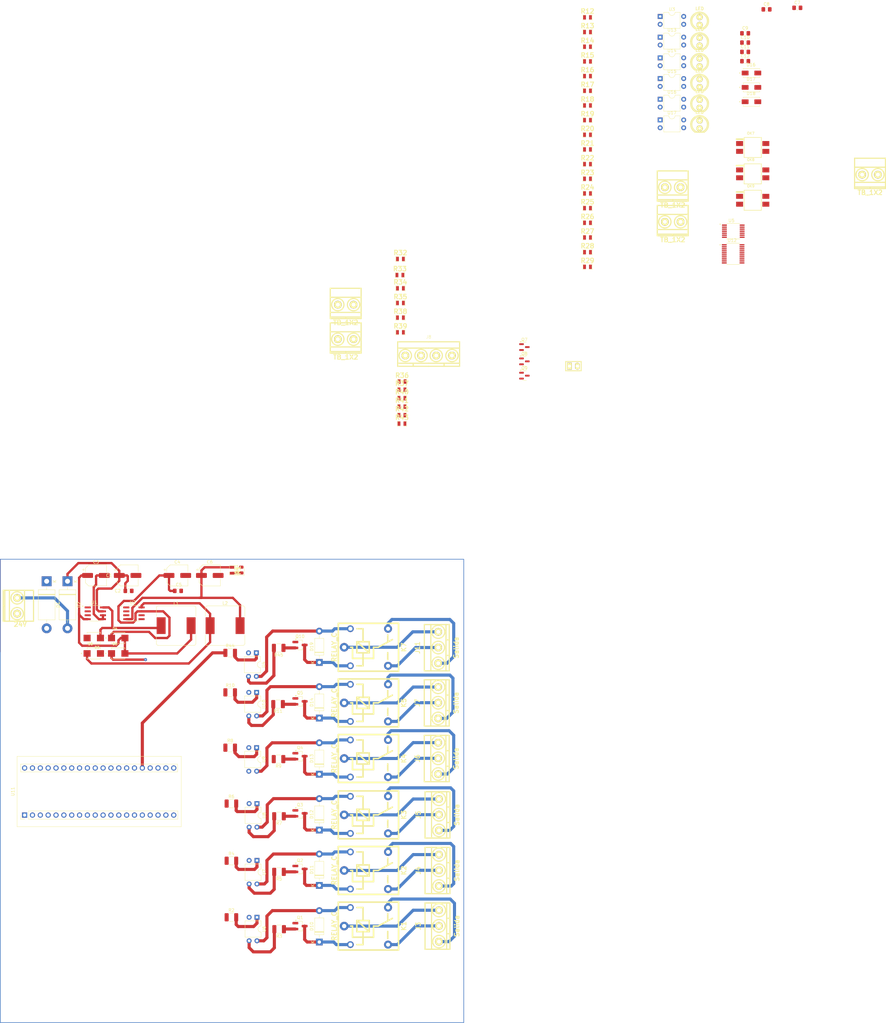
<source format=kicad_pcb>
(kicad_pcb (version 20240108) (generator "pcbnew") (generator_version "8.0")
  (layers (0 "F.Cu" signal) (31 "B.Cu" signal) (34 "B.Paste" user) (35 "F.Paste" user) (36 "B.SilkS" user "B.Silkscreen") (37 "F.SilkS" user "F.Silkscreen") (38 "B.Mask" user) (39 "F.Mask" user) (44 "Edge.Cuts" user))
  (net 0 "")
  (net 1 "Earth")
  (net 2 "/VCC")
  (net 3 "Net-(D10-K)")
  (net 4 "5V")
  (net 5 "Net-(D11-K)")
  (net 6 "Net-(D12-K)")
  (net 7 "Net-(D13-K)")
  (net 8 "Net-(D14-K)")
  (net 9 "Net-(D19-K)")
  (net 10 "Net-(J3-Pin_1)")
  (net 11 "Net-(J3-Pin_2)")
  (net 12 "Net-(J3-Pin_3)")
  (net 13 "Net-(J4-Pin_2)")
  (net 14 "Net-(J4-Pin_1)")
  (net 15 "Net-(J4-Pin_3)")
  (net 16 "Net-(J5-Pin_3)")
  (net 17 "Net-(J5-Pin_2)")
  (net 18 "Net-(J5-Pin_1)")
  (net 19 "Net-(J6-Pin_3)")
  (net 20 "Net-(J6-Pin_2)")
  (net 21 "Net-(J6-Pin_1)")
  (net 22 "Net-(J7-Pin_3)")
  (net 23 "Net-(J7-Pin_2)")
  (net 24 "Net-(J7-Pin_1)")
  (net 25 "Net-(J8-Pin_2)")
  (net 26 "Net-(J8-Pin_1)")
  (net 30 "Net-(J11-Pin_1)")
  (net 31 "Net-(J11-Pin_3)")
  (net 32 "Net-(J11-Pin_2)")
  (net 33 "Net-(LED1-A)")
  (net 34 "Net-(Q1-B)")
  (net 35 "GND")
  (net 36 "Net-(Q2-B)")
  (net 37 "Net-(Q3-B)")
  (net 38 "Net-(Q4-B)")
  (net 39 "Net-(Q5-B)")
  (net 40 "Net-(Q7-G)")
  (net 41 "Net-(D16-K)")
  (net 42 "Net-(Q7-D)")
  (net 43 "Net-(Q8-D)")
  (net 44 "Net-(Q8-G)")
  (net 45 "Net-(D17-K)")
  (net 46 "Net-(Q9-G)")
  (net 47 "Net-(Q9-D)")
  (net 48 "Net-(D18-K)")
  (net 49 "Net-(Q10-B)")
  (net 51 "Net-(R2-Pad2)")
  (net 52 "Net-(R3-Pad2)")
  (net 54 "Net-(R4-Pad2)")
  (net 55 "Net-(R5-Pad2)")
  (net 57 "Net-(R6-Pad2)")
  (net 58 "Net-(R7-Pad2)")
  (net 60 "Net-(R8-Pad2)")
  (net 61 "Net-(R9-Pad2)")
  (net 62 "Net-(R10-Pad2)")
  (net 64 "Net-(R11-Pad2)")
  (net 65 "Net-(R32-Pad2)")
  (net 66 "Net-(OK7-Pad1)")
  (net 67 "Net-(OK7-Pad4)")
  (net 68 "Net-(R36-Pad2)")
  (net 69 "Net-(OK8-Pad1)")
  (net 70 "Net-(OK8-Pad4)")
  (net 71 "Net-(R40-Pad2)")
  (net 72 "Net-(OK9-Pad1)")
  (net 73 "Net-(OK9-Pad4)")
  (net 74 "Net-(R44-Pad2)")
  (net 75 "Net-(R45-Pad2)")
  (net 76 "/1A hc14")
  (net 77 "/2A hc14")
  (net 78 "/3A hc14")
  (net 79 "/4A hc14")
  (net 80 "/5A hc14")
  (net 81 "/6A hc14")
  (net 82 "Net-(U1-OUT)")
  (net 83 "/IN5")
  (net 84 "/IN6")
  (net 85 "/IN4")
  (net 86 "/IN3")
  (net 87 "/IN1")
  (net 88 "/IN2")
  (net 89 "Net-(LED2-A)")
  (net 90 "Net-(LED3-A)")
  (net 91 "Net-(LED4-A)")
  (net 92 "Net-(LED5-A)")
  (net 93 "Net-(LED6-A)")
  (net 94 "Net-(LED7-A)")
  (net 95 "Net-(R12-Pad2)")
  (net 96 "/1Y hc14")
  (net 97 "Net-(R15-Pad2)")
  (net 98 "Net-(R17-Pad2)")
  (net 99 "Net-(R19-Pad2)")
  (net 100 "Net-(R21-Pad2)")
  (net 101 "Net-(R23-Pad2)")
  (net 102 "/2Y hc14")
  (net 103 "/3Y hc14")
  (net 104 "/4Y hc14")
  (net 105 "/5Y hc14")
  (net 106 "/6Y hc14")
  (net 113 "Net-(F1-Pad1)")
  (net 114 "Net-(D2-K)")
  (net 115 "Net-(D2-A)")
  (net 116 "Net-(U2-VIN)")
  (net 117 "Net-(U2-OUT)")
  (net 118 "Net-(U1-FB)")
  (net 139 "Net-(J8-Pin_4)")
  (net 152 "Net-(J8-Pin_3)")
  (net 154 "/PA0")
  (footprint "Package_TO_SOT_SMD:SOT-23" (layer "F.Cu") (at 55.63 84.575)
    (property "Reference" "Q9")
    (property "Value" "AO3401A")
  )
  (footprint "EESTN5:BORNERA2" (layer "F.Cu") (at -108.55 159.06 -90)
    (property "Reference" "J1" (hide yes))
    (property "Value" "24V")
  )
  (footprint "EESTN5:BORNERA2" (layer "F.Cu") (at -2.2145 61.5965)
    (property "Reference" "J9" (hide yes))
    (property "Value" "TB_1X2")
  )
  (footprint "M7:DIOM505270X240" (layer "F.Cu") (at 129.121 -13.39)
    (property "Reference" "D16")
    (property "Value" "1N4148")
  )
  (footprint "EESTN5:R_0805" (layer "F.Cu") (at 76.05 6.6)
    (property "Reference" "R20")
    (property "Value" "R" (hide yes))
  )
  (footprint "LM2594M-3.3:SOIC127P599X175-8N" (layer "F.Cu") (at -70.75 161.5)
    (property "Reference" "U2")
    (property "Value" "LM2594M-3.3")
  )
  (footprint "EESTN5:R_0805" (layer "F.Cu") (at -39 147.5625 -90)
    (property "Reference" "R1")
    (property "Value" "1K" (hide yes))
  )
  (footprint "EESTN5:R_0805" (layer "F.Cu") (at 15.99853 97.36033)
    (property "Reference" "R42")
    (property "Value" "R" (hide yes))
  )
  (footprint "Resistor_SMD:R_1210_3225Metric_Pad1.30x2.65mm_HandSolder" (layer "F.Cu") (at -23.9 172.7 180)
    (property "Reference" "R45")
    (property "Value" "1k")
  )
  (footprint "EESTN5:BluePill" (layer "F.Cu") (at -106.13 226.82 90)
    (property "Reference" "U11")
    (property "Value" "BluePill" (hide yes))
  )
  (footprint "EESTN5:R_0805" (layer "F.Cu") (at 15.99853 91.86021)
    (property "Reference" "R40")
    (property "Value" "R" (hide yes))
  )
  (footprint "Package_DIP:DIP-4_W7.62mm" (layer "F.Cu") (at 99.57 -11.6)
    (property "Reference" "U15")
    (property "Value" "PC817")
  )
  (footprint "SS210:DIOM4336X265N" (layer "F.Cu") (at -83.75 169.5 180)
    (property "Reference" "D3")
    (property "Value" "SS210")
  )
  (footprint "Resistor_SMD:R_1210_3225Metric_Pad1.30x2.65mm_HandSolder" (layer "F.Cu") (at -39.2 259.9)
    (property "Reference" "R2")
    (property "Value" "220")
  )
  (footprint "Package_DIP:DIP-4_W7.62mm" (layer "F.Cu") (at -30.925 259.9 -90)
    (property "Reference" "U6")
    (property "Value" "PC817")
  )
  (footprint "EESTN5:R_0805" (layer "F.Cu") (at 15.5 65.8)
    (property "Reference" "R38")
    (property "Value" "R" (hide yes))
  )
  (footprint "Package_DIP:DIP-4_W7.62mm" (layer "F.Cu") (at 99.57 -25)
    (property "Reference" "U13")
    (property "Value" "PC817")
  )
  (footprint "EESTN5:R_0805" (layer "F.Cu") (at 76.05 11.35)
    (property "Reference" "R21")
    (property "Value" "R" (hide yes))
  )
  (footprint "EESTN5:Relay_C" (layer "F.Cu") (at 5.4 226.75 90)
    (property "Reference" "K3")
    (property "Value" "RELAY_C")
  )
  (footprint "Package_TO_SOT_SMD:SOT-23_Handsoldering" (layer "F.Cu") (at -17 190)
    (property "Reference" "Q5")
    (property "Value" "2N3904")
  )
  (footprint "Capacitor_SMD:C_0805_2012Metric_Pad1.18x1.45mm_HandSolder" (layer "F.Cu") (at 127.08 -23.24)
    (property "Reference" "C10")
    (property "Value" "C")
  )
  (footprint "Package_DIP:DIP-4_W7.62mm" (layer "F.Cu") (at -31.125 174.3 -90)
    (property "Reference" "U4")
    (property "Value" "PC817")
  )
  (footprint "SS210:DIOM4336X265N" (layer "F.Cu") (at -83.75 174.5)
    (property "Reference" "D6")
    (property "Value" "SS210")
  )
  (footprint "EESTN5:R_0805" (layer "F.Cu") (at 16 89.11015)
    (property "Reference" "R37")
    (property "Value" "R" (hide yes))
  )
  (footprint "Capacitor_SMD:CP_Elec_6.3x7.7" (layer "F.Cu") (at -46.2 149.25)
    (property "Reference" "C6")
    (property "Value" "220uF")
  )
  (footprint "SN74HC14PWR:SOP65P640X120-14N" (layer "F.Cu") (at 123.235 37.8)
    (property "Reference" "U5")
    (property "Value" "SN74HC14PWR")
  )
  (footprint "Diode_THT:D_DO-41_SOD81_P10.16mm_Horizontal" (layer "F.Cu") (at -10.75 231.66 90)
    (property "Reference" "D12")
    (property "Value" "1N4007")
  )
  (footprint "EESTN5:led_5mm_green" (layer "F.Cu") (at 112.34554 -30.22446)
    (property "Reference" "LED2" (hide yes))
    (property "Value" "LED")
  )
  (footprint "Resistor_SMD:R_1210_3225Metric_Pad1.30x2.65mm_HandSolder" (layer "F.Cu") (at -24.1 190.9 180)
    (property "Reference" "R11")
    (property "Value" "1k")
  )
  (footprint "PC817X2NIP0F:SOP254P975X460-4N" (layer "F.Cu") (at 129.525 27.8)
    (property "Reference" "OK9")
    (property "Value" "PC817")
  )
  (footprint "EESTN5:R_0805" (layer "F.Cu") (at 15.5 46.8)
    (property "Reference" "R32")
    (property "Value" "R" (hide yes))
  )
  (footprint "EESTN5:R_0805" (layer "F.Cu") (at 15.99853 100.11039)
    (property "Reference" "R43")
    (property "Value" "R" (hide yes))
  )
  (footprint "Package_TO_SOT_SMD:SOT-23_Handsoldering" (layer "F.Cu") (at -17 262.75)
    (property "Reference" "Q1")
    (property "Value" "2N3904")
  )
  (footprint "Resistor_SMD:R_1210_3225Metric_Pad1.30x2.65mm_HandSolder" (layer "F.Cu") (at -39.6 174.3)
    (property "Reference" "R44")
    (property "Value" "220")
  )
  (footprint "Capacitor_SMD:C_0805_2012Metric_Pad1.18x1.45mm_HandSolder" (layer "F.Cu") (at -56.5 154.25)
    (property "Reference" "C5")
    (property "Value" "1uF")
  )
  (footprint "EESTN5:R_0805" (layer "F.Cu") (at 76.05 -7.65)
    (property "Reference" "R17")
    (property "Value" "R" (hide yes))
  )
  (footprint "EESTN5:BORNERA2" (layer "F.Cu") (at 103.6355 23.5965)
    (property "Reference" "J12" (hide yes))
    (property "Value" "TB_1X2")
  )
  (footprint "EESTN5:R_0805" (layer "F.Cu") (at 15.99853 94.61027)
    (property "Reference" "R41")
    (property "Value" "R" (hide yes))
  )
  (footprint "EESTN5:Jumper_Alto" (layer "F.Cu") (at 71.5 81.5)
    (property "Reference" "JP1" (hide yes))
    (property "Value" "Jumper" (hide yes))
  )
  (footprint "EESTN5:R_0805" (layer "F.Cu") (at 76.05 1.85)
    (property "Reference" "R19")
    (property "Value" "R" (hide yes))
  )
  (footprint "Resistor_SMD:R_1210_3225Metric_Pad1.30x2.65mm_HandSolder" (layer "F.Cu") (at -23.8 245.2 180)
    (property "Reference" "R5")
    (property "Value" "1k")
  )
  (footprint "Diode_THT:D_DO-201AD_P15.24mm_Horizontal" (layer "F.Cu") (at -92.25 151.13 -90)
    (property "Reference" "D2")
    (property "Value" "1N5822")
  )
  (footprint "EESTN5:BORNERA2" (layer "F.Cu") (at 167.5 19.5)
    (property "Reference" "J2" (hide yes))
    (property "Value" "TB_1X2")
  )
  (footprint "Package_TO_SOT_SMD:SOT-23_Handsoldering" (layer "F.Cu") (at -17 244.25)
    (property "Reference" "Q2")
    (property "Value" "2N3904")
  )
  (footprint "EESTN5:led_5mm_green" (layer "F.Cu") (at 112.34554 -3.42542)
    (property "Reference" "LED6" (hide yes))
    (property "Value" "LED")
  )
  (footprint "Package_TO_SOT_SMD:SOT-23_Handsoldering" (layer "F.Cu") (at -17 207.75)
    (property "Reference" "Q4")
    (property "Value" "2N3904")
  )
  (footprint "EESTN5:R_0805" (layer "F.Cu") (at 76.05 -17.15)
    (property "Reference" "R15")
    (property "Value" "R" (hide yes))
  )
  (footprint "M7:DIOM505270X240" (layer "F.Cu") (at 129.121 -8.74)
    (property "Reference" "D17")
    (property "Value" "1N4148")
  )
  (footprint "EESTN5:Relay_C" (layer "F.Cu") (at 5.4 208.5 90)
    (property "Reference" "K4")
    (property "Value" "RELAY_C")
  )
  (footprint "Capacitor_SMD:C_0805_2012Metric_Pad1.18x1.45mm_HandSolder" (layer "F.Cu") (at 127.08 -20.23)
    (property "Reference" "C11")
    (property "Value" "C")
  )
  (footprint "EESTN5:R_0805" (layer "F.Cu") (at 15.5 70.55)
    (property "Reference" "R39")
    (property "Value" "R" (hide yes))
  )
  (footprint "Resistor_SMD:R_1210_3225Metric_Pad1.30x2.65mm_HandSolder" (layer "F.Cu") (at -23.75 263.75 180)
    (property "Reference" "R3")
    (property "Value" "1k")
  )
  (footprint "EESTN5:R_0805" (layer "F.Cu") (at 15.34 52)
    (property "Reference" "R33")
    (property "Value" "R" (hide yes))
  )
  (footprint "EESTN5:BORNERA3_AZUL" (layer "F.Cu") (at 27.72625 190.44675 90)
    (property "Reference" "J7")
    (property "Value" "Salida")
  )
  (footprint "Capacitor_SMD:C_0805_2012Metric_Pad1.18x1.45mm_HandSolder" (layer "F.Cu") (at 143.9625 -34.5)
    (property "Reference" "C7")
    (property "Value" "C")
  )
  (footprint "Resistor_SMD:R_1210_3225Metric_Pad1.30x2.65mm_HandSolder" (layer "F.Cu") (at -23.95 208.7 180)
    (property "Reference" "R9")
    (property "Value" "1k")
  )
  (footprint "EESTN5:BORNERA3_AZUL" (layer "F.Cu") (at 27.72625 208.44675 90)
    (property "Reference" "J6")
    (property "Value" "Salida")
  )
  (footprint "Resistor_SMD:R_1210_3225Metric_Pad1.30x2.65mm_HandSolder" (layer "F.Cu") (at -23.8 227.2 180)
    (property "Reference" "R7")
    (property "Value" "1k")
  )
  (footprint "Diode_THT:D_DO-201AD_P15.24mm_Horizontal" (layer "F.Cu") (at -99 151.13 -90)
    (property "Reference" "D1")
    (property "Value" "1N5822")
  )
  (footprint "EESTN5:BORNERA3_AZUL" (layer "F.Cu") (at 27.97625 262.69675 90)
    (property "Reference" "J3")
    (property "Value" "Salida")
  )
  (footprint "Diode_THT:D_DO-41_SOD81_P10.16mm_Horizontal" (layer "F.Cu") (at -10.75 213.58 90)
    (property "Reference" "D13")
    (property "Value" "1N4007")
  )
  (footprint "EESTN5:BORNERA3_AZUL" (layer "F.Cu") (at 27.97625 226.69675 90)
    (property "Reference" "J5")
    (property "Value" "Salida")
  )
  (footprint "EESTN5:R_0805" (layer "F.Cu") (at 76.05 -26.65)
    (property "Reference" "R13")
    (property "Value" "R" (hide yes))
  )
  (footprint "EESTN5:R_0805" (layer "F.Cu") (at 76.05 -2.9)
    (property "Reference" "R18")
    (property "Value" "R" (hide yes))
  )
  (footprint "SS210:DIOM4336X265N" (layer "F.Cu") (at -75.835 169.5)
    (property "Reference" "D4")
    (property "Value" "SS210")
  )
  (footprint "Resistor_SMD:R_1210_3225Metric_Pad1.30x2.65mm_HandSolder" (layer "F.Cu") (at -39.6 187.1)
    (property "Reference" "R10")
    (property "Value" "220")
  )
  (footprint "EESTN5:R_0805" (layer "F.Cu") (at 76.05 -31.4)
    (property "Reference" "R12")
    (property "Value" "R" (hide yes))
  )
  (footprint "Library:Bornera_4" (layer "F.Cu") (at 24.6485 78.053)
    (property "Reference" "J8")
    (property "Value" "Screw_Terminal_01x04")
  )
  (footprint "EESTN5:R_0805" (layer "F.Cu") (at 76.05 16.1)
    (property "Reference" "R22")
    (property "Value" "R" (hide yes))
  )
  (footprint "Diode_THT:D_DO-41_SOD81_P10.16mm_Horizontal" (layer "F.Cu") (at -10.75 195.41 90)
    (property "Reference" "D14")
    (property "Value" "1N4007")
  )
  (footprint "SS210:DIOM4336X265N" (layer "F.Cu") (at -75.835 174.5)
    (property "Reference" "D5")
    (property "Value" "SS210")
  )
  (footprint "Package_DIP:DIP-4_W7.62mm" (layer "F.Cu") (at -30.925 241.5 -90)
    (property "Reference" "U7")
    (property "Value" "PC817")
  )
  (footprint "Resistor_SMD:R_1210_3225Metric_Pad1.30x2.65mm_HandSolder" (layer "F.Cu") (at -39.2 223.1)
    (property "Reference" "R6")
    (property "Value" "220")
  )
  (footprint "EESTN5:Relay_C" (layer "F.Cu") (at 5.4 190.5 90)
    (property "Reference" "K5")
    (property "Value" "RELAY_C")
  )
  (footprint "EESTN5:Relay_C" (layer "F.Cu") (at 5.4 244.75 90)
    (property "Reference" "K2")
    (property "Value" "RELAY_C")
  )
  (footprint "Package_TO_SOT_SMD:SOT-23_Handsoldering" (layer "F.Cu") (at -17 226.25)
    (property "Reference" "Q3")
    (property "Value" "2N3904")
  )
  (footprint "EESTN5:led_5mm_green" (layer "F.Cu") (at 112.34554 -10.12518)
    (property "Reference" "LED5" (hide yes))
    (property "Value" "LED")
  )
  (footprint "PC817X2NIP0F:SOP254P975X460-4N" (layer "F.Cu") (at 129.525 10.7)
    (property "Reference" "OK7")
    (property "Value" "PC817")
  )
  (footprint "EESTN5:R_0805" (layer "F.Cu") (at 76.05 35.1)
    (property "Reference" "R26")
    (property "Value" "R" (hide yes))
  )
  (footprint "Package_DIP:DIP-4_W7.62mm" (layer "F.Cu") (at 99.57 -18.3)
    (property "Reference" "U14")
    (property "Value" "PC817")
  )
  (footprint "EESTN5:BORNERA2" (layer "F.Cu") (at 103.6355 34.7775)
    (property "Reference" "J13" (hide yes))
    (property "Value" "TB_1X2")
  )
  (footprint "Capacitor_SMD:CP_Elec_6.3x7.7" (layer "F.Cu") (at -83.05 149.25)
    (property "Reference" "C3")
    (property "Value" "220uF")
  )
  (footprint "Package_TO_SOT_SMD:SOT-23" (layer "F.Cu") (at 55.63 79.95)
    (property "Reference" "Q8")
    (property "Value" "AO3401A")
  )
  (footprint "Package_DIP:DIP-4_W7.62mm" (layer "F.Cu") (at 99.57 -4.9)
    (property "Reference" "U16")
    (property "Value" "PC817")
  )
  (footprint "EESTN5:R_0805" (layer "F.Cu") (at 15.5 56.3)
    (property "Reference" "R34")
    (property "Value" "R" (hide yes))
  )
  (footprint "EESTN5:R_0805" (layer "F.Cu") (at 76.05 30.35)
    (property "Reference" "R25")
    (property "Value" "R" (hide yes))
  )
  (footprint "Package_DIP:DIP-4_W7.62mm" (layer "F.Cu") (at -31.025 205 -90)
    (property "Reference" "U9")
    (property "Value" "PC817")
  )
  (footprint "Package_DIP:DIP-4_W7.62mm" (layer "F.Cu") (at -31.025 187.1 -90)
    (property "Reference" "U10")
    (property "Value" "PC817")
  )
  (footprint "Capacitor_SMD:C_0805_2012Metric_Pad1.18x1.45mm_HandSolder" (layer "F.Cu") (at 127.08 -26.25)
    (property "Reference" "C9")
    (property "Value" "C")
  )
  (footprint "EESTN5:led_5mm_green" (layer "F.Cu") (at 112.34554 -16.82494)
    (property "Reference" "LED4" (hide yes))
    (property "Value" "LED")
  )
  (footprint "EESTN5:R_0805" (layer "F.Cu") (at 76.05 25.6)
    (property "Reference" "R24")
    (property "Value" "R" (hide yes))
  )
  (footprint "Diode_THT:D_DO-41_SOD81_P10.16mm_Horizontal" (layer "F.Cu") (at -10.75 249.58 90)
    (property "Reference" "D11")
    (property "Value" "1N4007")
  )
  (footprint "Package_TO_SOT_SMD:SOT-23_Handsoldering" (layer "F.Cu") (at -17 171.75)
    (property "Reference" "Q10")
    (property "Value" "2N3904")
  )
  (footprint "Diode_THT:D_DO-41_SOD81_P10.16mm_Horizontal" (layer "F.Cu") (at -10.75 267.91 90)
    (property "Reference" "D10")
    (property "Value" "1N4007")
  )
  (footprint "Resistor_SMD:R_1210_3225Metric_Pad1.30x2.65mm_HandSolder" (layer "F.Cu") (at -39.2 241.6)
    (property "Reference" "R4")
    (property "Value" "220")
  )
  (footprint "EESTN5:BORNERA3_AZUL" (layer "F.Cu") (at 27.97625 244.69675 90)
    (property "Reference" "J4")
    (property "Value" "Salida")
  )
  (footprint "EESTN5:BORNERA2" (layer "F.Cu") (at -2.2145 72.7775)
    (property "Reference" "J10" (hide yes))
    (property "Value" "TB_1X2")
  )
  (footprint "Inductor_SMD:L_Bourns_SRR1260" (layer "F.Cu") (at -41.25 165.5)
    (property "Reference" "L2")
    (property "Value" "68uH")
  )
  (footprint "SN74HC541PWR:SOP65P640X120-20N" (layer "F.Cu") (at 123.185 45.15)
    (property "Reference" "U12")
    (property "Value" "SN74HC541PWR")
  )
  (footprint "Package_TO_SOT_SMD:SOT-23" (layer "F.Cu") (at 55.63 75.325)
    (property "Reference" "Q7")
    (property "Value" "AO3401A")
  )
  (footprint "Capacitor_SMD:C_0805_2012Metric_Pad1.18x1.45mm_HandSolder" (layer "F.Cu") (at 127.08 -17.22)
    (property "Reference" "C12")
    (property "Value" "C")
  )
  (footprint "Capacitor_SMD:C_0805_2012Metric_Pad1.18x1.45mm_HandSolder" (layer "F.Cu") (at 134 -34)
    (property "Reference" "C8")
    (property "Value" "C")
  )
  (footprint "Inductor_SMD:L_Bourns_SRR1260" (layer "F.Cu") (at -57.1 165.5)
    (property "Reference" "L1")
    (property "Value" "68uH")
  )
  (footprint "EESTN5:R_0805" (layer "F.Cu") (at 15.5 61.05)
    (property "Reference" "R35")
    (property "Value" "R" (hide yes))
  )
  (footprint "LM2594M-5.0:SOIC127P599X175-8N" (layer "F.Cu") (at -83.25 161.5)
    (property "Reference" "U1")
    (property "Value" "LM2594M-5.0")
  )
  (footprint "Capacitor_SMD:CP_Elec_6.3x7.7" (layer "F.Cu") (at -56.7 149.25)
    (property "Reference" "C4")
    (property "Value" "470uF")
  )
  (footprint "EESTN5:BORNERA3_AZUL" (layer "F.Cu") (at 27.75 172.58 90)
    (property "Reference" "J11")
    (property "Value" "Salida")
  )
  (footprint "EESTN5:R_0805" (layer "F.Cu") (at 76.05 -21.9)
    (property "Reference" "R14")
    (property "Value" "R" (hide yes))
  )
  (footprint "Capacitor_SMD:CP_Elec_6.3x7.7" (layer "F.Cu") (at -72.8 149.25)
    (property "Reference" "C1")
    (property "Value" "470uF")
  )
  (footprint "EESTN5:R_0805" (layer "F.Cu") (at 76.05 44.6)
    (property "Reference" "R28")
    (property "Value" "R" (hide yes))
  )
  (footprint "EESTN5:led_5mm_green" (layer "F.Cu") (at 112.34554 -23.5247)
    (property "Reference" "LED3" (hide yes))
    (property "Value" "LED")
  )
  (footprint "EESTN5:R_0805" (layer "F.Cu") (at 76.05 -12.4)
    (property "Reference" "R16")
    (property "Value" "R" (hide yes))
  )
  (footprint "EESTN5:R_0805" (layer "F.Cu") (at 76.05 39.85)
    (property "Reference" "R27")
    (property "Value" "R" (hide yes))
  )
  (footprint "EESTN5:R_0805" (layer "F.Cu") (at 76.05 20.85)
    (property "Reference" "R23")
    (property "Value" "R" (hide yes))
  )
  (footprint "M7:DIOM505270X240" (layer "F.Cu") (at 129.121 -4.09)
    (property "Reference" "D18")
    (property "Value" "1N4148")
  )
  (footprint "EESTN5:R_0805" (layer "F.Cu") (at 16.0475 86.5)
    (property "Reference" "R36")
    (property "Value" "R" (hide yes))
  )
  (footprint "LED_SMD:LED_0805_2012Metric" (layer "F.Cu") (at -36 147.5 90)
    (property "Reference" "LED1")
    (property "Value" "LED")
  )
  (footprint "EESTN5:Relay_C" (layer "F.Cu") (at 5.4 262.75 90)
    (property "Reference" "K1")
    (property "Value" "RELAY_C")
  )
  (footprint "PC817X2NIP0F:SOP254P975X460-4N" (layer "F.Cu") (at 129.525 19.25)
    (property "Reference" "OK8")
    (property "Value" "PC817")
  )
  (footprint "Resistor_SMD:R_1210_3225Metric_Pad1.30x2.65mm_HandSolder" (layer "F.Cu") (at -39.6 205)
    (property "Reference" "R8")
    (property "Value" "220")
  )
  (footprint "Diode_THT:D_DO-41_SOD81_P10.16mm_Horizontal" (layer "F.Cu") (at -10.75 177.41 90)
    (property "Reference" "D19")
    (property "Value" "1N4007")
  )
  (footprint "EESTN5:led_5mm_green" (layer "F.Cu") (at 112.34554 3.27434)
    (property "Reference" "LED7" (hide yes))
    (property "Value" "LED")
  )
  (footprint "Package_DIP:DIP-4_W7.62mm" (layer "F.Cu") (at 99.57 -31.7)
    (property "Reference" "U3")
    (property "Value" "PC817")
  )
  (footprint "Package_DIP:DIP-4_W7.62mm" (layer "F.Cu") (at 99.57 1.8)
    (property "Reference" "U17")
    (property "Value" "PC817")
  )
  (footprint "EESTN5:R_0805" (layer "F.Cu") (at 76.05 49.35)
    (property "Reference" "R29")
    (property "Value" "R" (hide yes))
  )
  (footprint "EESTN5:Relay_C" (layer "F.Cu") (at 5.4 172.5 90)
    (property "Reference" "K7")
    (property "Value" "RELAY_C")
  )
  (footprint "Capacitor_SMD:C_0805_2012Metric_Pad1.18x1.45mm_HandSolder" (layer "F.Cu") (at -72.5 154.25)
    (property "Reference" "C2")
    (property "Value" "1uF")
  )
  (footprint "Package_DIP:DIP-4_W7.62mm" (layer "F.Cu") (at -30.925 223.1 -90)
    (property "Reference" "U8")
    (property "Value" "PC817")
  )
  (gr_line (start -114 144) (end -114 174) (stroke (width 0.2)) (layer "F.Cu"))
  (gr_rect (start -114 144) (end 36 294) (stroke (width 0.2)) (fill none) (layer "B.Cu"))
  (segment (start -83 149.5) (end -82.75 149.25) (width 0.75) (layer "F.Cu") (net 1))
  (segment (start -82.75 149.25) (end -80.35 149.25) (width 0.75) (layer "F.Cu") (net 1))
  (segment (start -80.78 162.135) (end -80.78 163.405) (width 0.75) (layer "F.Cu") (net 1))
  (segment (start -83.75 153) (end -83 152.25) (width 0.75) (layer "F.Cu") (net 1))
  (segment (start -83 152.25) (end -83 149.5) (width 0.75) (layer "F.Cu") (net 1))
  (segment (start -80.78 163.405) (end -82.095 163.405) (width 0.75) (layer "F.Cu") (net 1))
  (segment (start -83.75 161.75) (end -83.75 153) (width 0.75) (layer "F.Cu") (net 1))
  (segment (start -82.095 163.405) (end -83.75 161.75) (width 0.75) (layer "F.Cu") (net 1))
  (segment (start -98.88 151.13) (end -99 151.01) (width 0.2) (layer "B.Cu") (net 1))
  (segment (start -39 146.61) (end -47.86 146.61) (width 0.75) (layer "F.Cu") (net 2))
  (segment (start -71.25 163.25) (end -71.25 159.75) (width 0.75) (layer "F.Cu") (net 2))
  (segment (start -48.9 147.65) (end -48.9 149.25) (width 0.75) (layer "F.Cu") (net 2))
  (segment (start -38.75 156.5) (end -49.5 156.5) (width 0.75) (layer "F.Cu") (net 2))
  (segment (start -71.405 163.405) (end -71.25 163.25) (width 0.75) (layer "F.Cu") (net 2))
  (segment (start -49.5 156.5) (end -48.9 156.5) (width 0.75) (layer "F.Cu") (net 2))
  (segment (start -48.9 156.5) (end -48.9 149.25) (width 0.75) (layer "F.Cu") (net 2))
  (segment (start -36.4 165.5) (end -36.4 158.85) (width 0.75) (layer "F.Cu") (net 2))
  (segment (start -47.86 146.61) (end -48.9 147.65) (width 0.75) (layer "F.Cu") (net 2))
  (segment (start -36.4 158.85) (end -38.75 156.5) (width 0.75) (layer "F.Cu") (net 2))
  (segment (start -73.22 163.405) (end -71.405 163.405) (width 0.75) (layer "F.Cu") (net 2))
  (segment (start -71.25 159.75) (end -68 156.5) (width 0.75) (layer "F.Cu") (net 2))
  (segment (start -68 156.5) (end -49.5 156.5) (width 0.75) (layer "F.Cu") (net 2))
  (segment (start -15.5 267.09) (end -14.68 267.91) (width 1) (layer "F.Cu") (net 3))
  (segment (start -15.5 262.75) (end -15.5 267.09) (width 1) (layer "F.Cu") (net 3))
  (segment (start -14.68 267.91) (end -10.75 267.91) (width 1) (layer "F.Cu") (net 3))
  (segment (start -5.25 268.75) (end -0.7 268.75) (width 1) (layer "B.Cu") (net 3))
  (segment (start -6.09 267.91) (end -5.25 268.75) (width 1) (layer "B.Cu") (net 3))
  (segment (start -10.75 267.91) (end -6.09 267.91) (width 1) (layer "B.Cu") (net 3))
  (segment (start -28.52 249.12) (end -27.7 248.3) (width 1) (layer "F.Cu") (net 4))
  (segment (start -78 176) (end -77.5 176.5) (width 0.75) (layer "F.Cu") (net 4))
  (segment (start -78 174.5) (end -78 176) (width 0.75) (layer "F.Cu") (net 4))
  (segment (start -31.025 212.62) (end -29.52 212.62) (width 1) (layer "F.Cu") (net 4))
  (segment (start -31.125 181.92) (end -29.52 181.92) (width 1) (layer "F.Cu") (net 4))
  (segment (start -27.7 266.5) (end -27.7 259.5) (width 1) (layer "F.Cu") (net 4))
  (segment (start -25.95 257.75) (end -10.75 257.75) (width 1) (layer "F.Cu") (net 4))
  (segment (start -25.62 239.42) (end -10.75 239.42) (width 1) (layer "F.Cu") (net 4))
  (segment (start -30.925 267.52) (end -28.72 267.52) (width 1) (layer "F.Cu") (net 4))
  (segment (start -27.7 210.8) (end -27.7 205.1) (width 1) (layer "F.Cu") (net 4))
  (segment (start -25.85 167.25) (end -10.75 167.25) (width 1) (layer "F.Cu") (net 4))
  (segment (start -29.22 230.72) (end -27.6 229.1) (width 1) (layer "F.Cu") (net 4))
  (segment (start -27.8 180.2) (end -27.8 169.2) (width 1) (layer "F.Cu") (net 4))
  (segment (start -78 174.75) (end -77.5 175.25) (width 0.75) (layer "F.Cu") (net 4))
  (segment (start -26.02 203.42) (end -10.75 203.42) (width 1) (layer "F.Cu") (net 4))
  (segment (start -27.7 186.4) (end -26.55 185.25) (width 1) (layer "F.Cu") (net 4))
  (segment (start -29.52 181.92) (end -27.8 180.2) (width 1) (layer "F.Cu") (net 4))
  (segment (start -27.6 223.5) (end -25.6 221.5) (width 1) (layer "F.Cu") (net 4))
  (segment (start -25.6 221.5) (end -10.75 221.5) (width 1) (layer "F.Cu") (net 4))
  (segment (start -26.55 185.25) (end -10.75 185.25) (width 1) (layer "F.Cu") (net 4))
  (segment (start -29.12 194.72) (end -27.7 193.3) (width 1) (layer "F.Cu") (net 4))
  (segment (start -27.7 248.3) (end -27.7 241.5) (width 1) (layer "F.Cu") (net 4))
  (segment (start -27.7 259.5) (end -25.95 257.75) (width 1) (layer "F.Cu") (net 4))
  (segment (start -27.7 241.5) (end -25.62 239.42) (width 1) (layer "F.Cu") (net 4))
  (segment (start -27.6 229.1) (end -27.6 223.5) (width 1) (layer "F.Cu") (net 4))
  (segment (start -30.925 230.72) (end -29.22 230.72) (width 1) (layer "F.Cu") (net 4))
  (segment (start -28.72 267.52) (end -27.7 266.5) (width 1) (layer "F.Cu") (net 4))
  (segment (start -27.8 169.2) (end -25.85 167.25) (width 1) (layer "F.Cu") (net 4))
  (segment (start -29.52 212.62) (end -27.7 210.8) (width 1) (layer "F.Cu") (net 4))
  (segment (start -31.025 194.72) (end -29.12 194.72) (width 1) (layer "F.Cu") (net 4))
  (segment (start -30.925 249.12) (end -28.52 249.12) (width 1) (layer "F.Cu") (net 4))
  (segment (start -77.5 176.5) (end -67 176.5) (width 0.75) (layer "F.Cu") (net 4))
  (segment (start -27.7 205.1) (end -26.02 203.42) (width 1) (layer "F.Cu") (net 4))
  (segment (start -27.7 193.3) (end -27.7 186.4) (width 1) (layer "F.Cu") (net 4))
  (via (at -67 176.5) (size 1) (drill 0.3) (layers "F.Cu" "B.Cu") (net 4))
  (segment (start -5.75 166.5) (end -0.7 166.5) (width 1) (layer "B.Cu") (net 4))
  (segment (start -10.75 257.75) (end -5.75 257.75) (width 1) (layer "B.Cu") (net 4))
  (segment (start -5.5 220.75) (end -0.7 220.75) (width 1) (layer "B.Cu") (net 4))
  (segment (start -6 185.25) (end -5.25 184.5) (width 1) (layer "B.Cu") (net 4))
  (segment (start -6.42 239.42) (end -5.75 238.75) (width 1) (layer "B.Cu") (net 4))
  (segment (start -10.75 185.25) (end -6 185.25) (width 1) (layer "B.Cu") (net 4))
  (segment (start -10.75 167.25) (end -6.5 167.25) (width 1) (layer "B.Cu") (net 4))
  (segment (start -6.5 167.25) (end -5.75 166.5) (width 1) (layer "B.Cu") (net 4))
  (segment (start -10.75 221.5) (end -6.25 221.5) (width 1) (layer "B.Cu") (net 4))
  (segment (start -5.75 257.75) (end -4.75 256.75) (width 1) (layer "B.Cu") (net 4))
  (segment (start -5.92 203.42) (end -5 202.5) (width 1) (layer "B.Cu") (net 4))
  (segment (start -4.75 256.75) (end -0.7 256.75) (width 1) (layer "B.Cu") (net 4))
  (segment (start -10.75 239.42) (end -6.42 239.42) (width 1) (layer "B.Cu") (net 4))
  (segment (start -6.25 221.5) (end -5.5 220.75) (width 1) (layer "B.Cu") (net 4))
  (segment (start -5.75 238.75) (end -0.7 238.75) (width 1) (layer "B.Cu") (net 4))
  (segment (start -5 202.5) (end -0.7 202.5) (width 1) (layer "B.Cu") (net 4))
  (segment (start -5.25 184.5) (end -0.7 184.5) (width 1) (layer "B.Cu") (net 4))
  (segment (start -10.75 203.42) (end -5.92 203.42) (width 1) (layer "B.Cu") (net 4))
  (segment (start -15.5 244.25) (end -15.5 249) (width 1) (layer "F.Cu") (net 5))
  (segment (start -14.92 249.58) (end -10.75 249.58) (width 1) (layer "F.Cu") (net 5))
  (segment (start -15.5 249) (end -14.92 249.58) (width 1) (layer "F.Cu") (net 5))
  (segment (start -6.42 249.58) (end -5.25 250.75) (width 1) (layer "B.Cu") (net 5))
  (segment (start -5.25 250.75) (end -0.7 250.75) (width 1) (layer "B.Cu") (net 5))
  (segment (start -10.75 249.58) (end -6.42 249.58) (width 1) (layer "B.Cu") (net 5))
  (segment (start -15.5 226.25) (end -15.5 231) (width 1) (layer "F.Cu") (net 6))
  (segment (start -14.84 231.66) (end -10.75 231.66) (width 1) (layer "F.Cu") (net 6))
  (segment (start -15.5 231) (end -14.84 231.66) (width 1) (layer "F.Cu") (net 6))
  (segment (start -7.09 231.66) (end -6 232.75) (width 1) (layer "B.Cu") (net 6))
  (segment (start -6 232.75) (end -0.7 232.75) (width 1) (layer "B.Cu") (net 6))
  (segment (start -10.75 231.66) (end -7.09 231.66) (width 1) (layer "B.Cu") (net 6))
  (segment (start -15.5 207.75) (end -15.5 212.92) (width 1) (layer "F.Cu") (net 7))
  (segment (start -15.5 212.92) (end -14.84 213.58) (width 1) (layer "F.Cu") (net 7))
  (segment (start -14.84 213.58) (end -10.75 213.58) (width 1) (layer "F.Cu") (net 7))
  (segment (start -10.75 213.58) (end -6.17 213.58) (width 1) (layer "B.Cu") (net 7))
  (segment (start -5.25 214.5) (end -0.7 214.5) (width 1) (layer "B.Cu") (net 7))
  (segment (start -6.17 213.58) (end -5.25 214.5) (width 1) (layer "B.Cu") (net 7))
  (segment (start -15.5 194.625) (end -14.715 195.41) (width 1) (layer "F.Cu") (net 8))
  (segment (start -14.715 195.41) (end -10.75 195.41) (width 1) (layer "F.Cu") (net 8))
  (segment (start -15.5 190) (end -15.5 194.625) (width 1) (layer "F.Cu") (net 8))
  (segment (start -6.09 195.41) (end -5 196.5) (width 1) (layer "B.Cu") (net 8))
  (segment (start -10.75 195.41) (end -6.09 195.41) (width 1) (layer "B.Cu") (net 8))
  (segment (start -5 196.5) (end -0.7 196.5) (width 1) (layer "B.Cu") (net 8))
  (segment (start -15.5 171.75) (end -15.5 176.5) (width 1) (layer "F.Cu") (net 9))
  (segment (start -14.59 177.41) (end -10.75 177.41) (width 1) (layer "F.Cu") (net 9))
  (segment (start -15.5 176.5) (end -14.59 177.41) (width 1) (layer "F.Cu") (net 9))
  (segment (start -6.34 177.41) (end -5.25 178.5) (width 1) (layer "B.Cu") (net 9))
  (segment (start -10.75 177.41) (end -6.34 177.41) (width 1) (layer "B.Cu") (net 9))
  (segment (start -5.25 178.5) (end -0.7 178.5) (width 1) (layer "B.Cu") (net 9))
  (segment (start 31.625 254) (end 12.75 254) (width 1) (layer "B.Cu") (net 10))
  (segment (start 33 255.375) (end 31.625 254) (width 1) (layer "B.Cu") (net 10))
  (segment (start 27.97625 267.77675) (end 31.22325 267.77675) (width 1) (layer "B.Cu") (net 10))
  (segment (start 31.22325 267.77675) (end 33 266) (width 1) (layer "B.Cu") (net 10))
  (segment (start 11.5 255.25) (end 11.5 256.75) (width 1) (layer "B.Cu") (net 10))
  (segment (start 12.75 254) (end 11.5 255.25) (width 1) (layer "B.Cu") (net 10))
  (segment (start 33 266) (end 33 255.375) (width 1) (layer "B.Cu") (net 10))
  (segment (start 14.5 268.75) (end 11.5 268.75) (width 1) (layer "B.Cu") (net 11))
  (segment (start 27.97625 262.69675) (end 20.55325 262.69675) (width 1) (layer "B.Cu") (net 11))
  (segment (start 20.55325 262.69675) (end 14.5 268.75) (width 1) (layer "B.Cu") (net 11))
  (segment (start 19.63325 257.61675) (end 27.97625 257.61675) (width 1) (layer "B.Cu") (net 12))
  (segment (start -2.7 262.75) (end 14.5 262.75) (width 1) (layer "B.Cu") (net 12))
  (segment (start 14.5 262.75) (end 19.63325 257.61675) (width 1) (layer "B.Cu") (net 12))
  (segment (start 20.55325 244.69675) (end 14.5 250.75) (width 1) (layer "B.Cu") (net 13))
  (segment (start 27.97625 244.69675) (end 20.55325 244.69675) (width 1) (layer "B.Cu") (net 13))
  (segment (start 14.5 250.75) (end 11.5 250.75) (width 1) (layer "B.Cu") (net 13))
  (segment (start 32.75 249) (end 32.75 237) (width 1) (layer "B.Cu") (net 14))
  (segment (start 11.5 237.5) (end 11.5 238.75) (width 1) (layer "B.Cu") (net 14))
  (segment (start 31.75 236) (end 13 236) (width 1) (layer "B.Cu") (net 14))
  (segment (start 27.97625 249.77675) (end 31.97325 249.77675) (width 1) (layer "B.Cu") (net 14))
  (segment (start 13 236) (end 11.5 237.5) (width 1) (layer "B.Cu") (net 14))
  (segment (start 31.97325 249.77675) (end 32.75 249) (width 1) (layer "B.Cu") (net 14))
  (segment (start 32.75 237) (end 31.75 236) (width 1) (layer "B.Cu") (net 14))
  (segment (start -2.7 244.75) (end 14.5 244.75) (width 1) (layer "B.Cu") (net 15))
  (segment (start 14.5 244.75) (end 19.63325 239.61675) (width 1) (layer "B.Cu") (net 15))
  (segment (start 19.63325 239.61675) (end 27.97625 239.61675) (width 1) (layer "B.Cu") (net 15))
  (segment (start 19.63325 221.61675) (end 14.5 226.75) (width 1) (layer "B.Cu") (net 16))
  (segment (start 27.97625 221.61675) (end 19.63325 221.61675) (width 1) (layer "B.Cu") (net 16))
  (segment (start 14.5 226.75) (end -2.7 226.75) (width 1) (layer "B.Cu") (net 16))
  (segment (start 27.97625 226.69675) (end 20.55325 226.69675) (width 1) (layer "B.Cu") (net 17))
  (segment (start 14.5 232.75) (end 11.5 232.75) (width 1) (layer "B.Cu") (net 17))
  (segment (start 20.55325 226.69675) (end 14.5 232.75) (width 1) (layer "B.Cu") (net 17))
  (segment (start 32.75 219) (end 31.75 218) (width 1) (layer "B.Cu") (net 18))
  (segment (start 11.5 218.75) (end 11.5 220.75) (width 1) (layer "B.Cu") (net 18))
  (segment (start 31.47325 231.77675) (end 32.75 230.5) (width 1) (layer "B.Cu") (net 18))
  (segment (start 27.97625 231.77675) (end 31.47325 231.77675) (width 1) (layer "B.Cu") (net 18))
  (segment (start 31.75 218) (end 12.25 218) (width 1) (layer "B.Cu") (net 18))
  (segment (start 32.75 230.5) (end 32.75 219) (width 1) (layer "B.Cu") (net 18))
  (segment (start 12.25 218) (end 11.5 218.75) (width 1) (layer "B.Cu") (net 18))
  (segment (start 27.72625 203.36675) (end 19.63325 203.36675) (width 1) (layer "B.Cu") (net 19))
  (segment (start 19.63325 203.36675) (end 14.5 208.5) (width 1) (layer "B.Cu") (net 19))
  (segment (start 14.5 208.5) (end -2.7 208.5) (width 1) (layer "B.Cu") (net 19))
  (segment (start 27.72625 208.44675) (end 20.55325 208.44675) (width 1) (layer "B.Cu") (net 20))
  (segment (start 20.55325 208.44675) (end 14.5 214.5) (width 1) (layer "B.Cu") (net 20))
  (segment (start 14.5 214.5) (end 11.5 214.5) (width 1) (layer "B.Cu") (net 20))
  (segment (start 12.5 199.5) (end 11.5 200.5) (width 1) (layer "B.Cu") (net 21))
  (segment (start 11.5 200.5) (end 11.5 202.5) (width 1) (layer "B.Cu") (net 21))
  (segment (start 27.72625 213.52675) (end 30.72325 213.52675) (width 1) (layer "B.Cu") (net 21))
  (segment (start 32.75 201) (end 31.25 199.5) (width 1) (layer "B.Cu") (net 21))
  (segment (start 30.72325 213.52675) (end 32.75 211.5) (width 1) (layer "B.Cu") (net 21))
  (segment (start 31.25 199.5) (end 12.5 199.5) (width 1) (layer "B.Cu") (net 21))
  (segment (start 32.75 211.5) (end 32.75 201) (width 1) (layer "B.Cu") (net 21))
  (segment (start 14.5 190.5) (end -2.7 190.5) (width 1) (layer "B.Cu") (net 22))
  (segment (start 19.63325 185.36675) (end 14.5 190.5) (width 1) (layer "B.Cu") (net 22))
  (segment (start 27.72625 185.36675) (end 19.63325 185.36675) (width 1) (layer "B.Cu") (net 22))
  (segment (start 27.72625 190.44675) (end 20.55325 190.44675) (width 1) (layer "B.Cu") (net 23))
  (segment (start 14.5 196.5) (end 11.5 196.5) (width 1) (layer "B.Cu") (net 23))
  (segment (start 20.55325 190.44675) (end 14.5 196.5) (width 1) (layer "B.Cu") (net 23))
  (segment (start 32.5 193.5) (end 32.5 182.5) (width 1) (layer "B.Cu") (net 24))
  (segment (start 31.5 181.5) (end 12.25 181.5) (width 1) (layer "B.Cu") (net 24))
  (segment (start 27.72625 195.52675) (end 30.47325 195.52675) (width 1) (layer "B.Cu") (net 24))
  (segment (start 11.5 182.25) (end 11.5 184.5) (width 1) (layer "B.Cu") (net 24))
  (segment (start 12.25 181.5) (end 11.5 182.25) (width 1) (layer "B.Cu") (net 24))
  (segment (start 30.47325 195.52675) (end 32.5 193.5) (width 1) (layer "B.Cu") (net 24))
  (segment (start 32.5 182.5) (end 31.5 181.5) (width 1) (layer "B.Cu") (net 24))
  (segment (start 27.75 177.66) (end 30.59 177.66) (width 1) (layer "B.Cu") (net 30))
  (segment (start 12.75 163.5) (end 11.5 164.75) (width 1) (layer "B.Cu") (net 30))
  (segment (start 31.5 163.5) (end 12.75 163.5) (width 1) (layer "B.Cu") (net 30))
  (segment (start 11.5 164.75) (end 11.5 166.5) (width 1) (layer "B.Cu") (net 30))
  (segment (start 30.59 177.66) (end 32.75 175.5) (width 1) (layer "B.Cu") (net 30))
  (segment (start 32.75 175.5) (end 32.75 164.75) (width 1) (layer "B.Cu") (net 30))
  (segment (start 32.75 164.75) (end 31.5 163.5) (width 1) (layer "B.Cu") (net 30))
  (segment (start 19.5 167.5) (end 14.5 172.5) (width 1) (layer "B.Cu") (net 31))
  (segment (start 14.5 172.5) (end -2.7 172.5) (width 1) (layer "B.Cu") (net 31))
  (segment (start 27.75 167.5) (end 19.5 167.5) (width 1) (layer "B.Cu") (net 31))
  (segment (start 20.42 172.58) (end 14.5 178.5) (width 1) (layer "B.Cu") (net 32))
  (segment (start 14.5 178.5) (end 11.5 178.5) (width 1) (layer "B.Cu") (net 32))
  (segment (start 27.75 172.58) (end 20.42 172.58) (width 1) (layer "B.Cu") (net 32))
  (segment (start -36 148.4375) (end -38.9225 148.4375) (width 0.75) (layer "F.Cu") (net 33))
  (segment (start -38.9225 148.4375) (end -39 148.515) (width 0.75) (layer "F.Cu") (net 33))
  (segment (start -22.15 263.7) (end -22.2 263.75) (width 1) (layer "F.Cu") (net 34))
  (segment (start -18.5 263.7) (end -22.15 263.7) (width 1) (layer "F.Cu") (net 34))
  (segment (start -18.5 245.2) (end -22.25 245.2) (width 1) (layer "F.Cu") (net 36))
  (segment (start -18.5 227.2) (end -22.25 227.2) (width 1) (layer "F.Cu") (net 37))
  (segment (start -18.5 208.7) (end -22.4 208.7) (width 1) (layer "F.Cu") (net 38))
  (segment (start -18.5 190.95) (end -22.5 190.95) (width 1) (layer "F.Cu") (net 39))
  (segment (start -22.5 190.95) (end -22.55 190.9) (width 1) (layer "F.Cu") (net 39))
  (segment (start -18.5 172.7) (end -22.35 172.7) (width 1) (layer "F.Cu") (net 49))
  (segment (start -37.65 262.25) (end -37 262.9) (width 1) (layer "F.Cu") (net 51))
  (segment (start -30.925 261.825) (end -30.925 259.9) (width 1) (layer "F.Cu") (net 51))
  (segment (start -37.65 259.9) (end -37.65 262.25) (width 1) (layer "F.Cu") (net 51))
  (segment (start -37 262.9) (end -32 262.9) (width 1) (layer "F.Cu") (net 51))
  (segment (start -32 262.9) (end -30.925 261.825) (width 1) (layer "F.Cu") (net 51))
  (segment (start -25.3 269.8) (end -25.3 263.75) (width 1) (layer "F.Cu") (net 52))
  (segment (start -33.465 267.52) (end -33.465 269.735) (width 1) (layer "F.Cu") (net 52))
  (segment (start -26.6 271.1) (end -25.3 269.8) (width 1) (layer "F.Cu") (net 52))
  (segment (start -32.1 271.1) (end -26.6 271.1) (width 1) (layer "F.Cu") (net 52))
  (segment (start -33.465 269.735) (end -32.1 271.1) (width 1) (layer "F.Cu") (net 52))
  (segment (start -37.65 241.6) (end -37.65 243.65) (width 1) (layer "F.Cu") (net 54))
  (segment (start -36.9 244.4) (end -31.7 244.4) (width 1) (layer "F.Cu") (net 54))
  (segment (start -37.65 243.65) (end -36.9 244.4) (width 1) (layer "F.Cu") (net 54))
  (segment (start -31.7 244.4) (end -30.925 243.625) (width 1) (layer "F.Cu") (net 54))
  (segment (start -30.925 243.625) (end -30.925 241.5) (width 1) (layer "F.Cu") (net 54))
  (segment (start -26.6 252.1) (end -25.35 250.85) (width 1) (layer "F.Cu") (net 55))
  (segment (start -33.465 250.435) (end -31.8 252.1) (width 1) (layer "F.Cu") (net 55))
  (segment (start -25.35 250.85) (end -25.35 245.2) (width 1) (layer "F.Cu") (net 55))
  (segment (start -31.8 252.1) (end -26.6 252.1) (width 1) (layer "F.Cu") (net 55))
  (segment (start -33.465 249.12) (end -33.465 250.435) (width 1) (layer "F.Cu") (net 55))
  (segment (start -37.65 225.35) (end -37.3 225.7) (width 1) (layer "F.Cu") (net 57))
  (segment (start -30.925 225.025) (end -30.925 223.1) (width 1) (layer "F.Cu") (net 57))
  (segment (start -37.65 223.1) (end -37.65 225.35) (width 1) (layer "F.Cu") (net 57))
  (segment (start -37.3 225.7) (end -31.6 225.7) (width 1) (layer "F.Cu") (net 57))
  (segment (start -31.6 225.7) (end -30.925 225.025) (width 1) (layer "F.Cu") (net 57))
  (segment (start -33.465 232.435) (end -32.1 233.8) (width 1) (layer "F.Cu") (net 58))
  (segment (start -27.3 233.8) (end -25.35 231.85) (width 1) (layer "F.Cu") (net 58))
  (segment (start -32.1 233.8) (end -27.3 233.8) (width 1) (layer "F.Cu") (net 58))
  (segment (start -33.465 230.72) (end -33.465 232.435) (width 1) (layer "F.Cu") (net 58))
  (segment (start -25.35 231.85) (end -25.35 227.2) (width 1) (layer "F.Cu") (net 58))
  (segment (start -36.8 207.9) (end -31.8 207.9) (width 1) (layer "F.Cu") (net 60))
  (segment (start -31.8 207.9) (end -31.025 207.125) (width 1) (layer "F.Cu") (net 60))
  (segment (start -31.025 207.125) (end -31.025 205) (width 1) (layer "F.Cu") (net 60))
  (segment (start -38.05 206.65) (end -36.8 207.9) (width 1) (layer "F.Cu") (net 60))
  (segment (start -38.05 205) (end -38.05 206.65) (width 1) (layer "F.Cu") (net 60))
  (segment (start -31.025 188.925) (end -31.025 187.1) (width 1) (layer "F.Cu") (net 62))
  (segment (start -32.4 190.3) (end -31.025 188.925) (width 1) (layer "F.Cu") (net 62))
  (segment (start -38.05 187.1) (end -38.05 189.35) (width 1) (layer "F.Cu") (net 62))
  (segment (start -38.05 189.35) (end -37.1 190.3) (width 1) (layer "F.Cu") (net 62))
  (segment (start -37.1 190.3) (end -32.4 190.3) (width 1) (layer "F.Cu") (net 62))
  (segment (start -25.65 194.35) (end -25.65 190.9) (width 1) (layer "F.Cu") (net 64))
  (segment (start -29.1 197.8) (end -25.65 194.35) (width 1) (layer "F.Cu") (net 64))
  (segment (start -33.565 196.935) (end -32.7 197.8) (width 1) (layer "F.Cu") (net 64))
  (segment (start -32.7 197.8) (end -29.1 197.8) (width 1) (layer "F.Cu") (net 64))
  (segment (start -33.565 194.72) (end -33.565 196.935) (width 1) (layer "F.Cu") (net 64))
  (segment (start -38.05 175.65) (end -37.1 176.6) (width 1) (layer "F.Cu") (net 74))
  (segment (start -37.1 176.6) (end -31.6 176.6) (width 1) (layer "F.Cu") (net 74))
  (segment (start -31.125 176.125) (end -31.125 174.3) (width 1) (layer "F.Cu") (net 74))
  (segment (start -31.6 176.6) (end -31.125 176.125) (width 1) (layer "F.Cu") (net 74))
  (segment (start -38.05 174.3) (end -38.05 175.65) (width 1) (layer "F.Cu") (net 74))
  (segment (start -27.9 184.1) (end -25.45 181.65) (width 1) (layer "F.Cu") (net 75))
  (segment (start -33.1 184.1) (end -27.9 184.1) (width 1) (layer "F.Cu") (net 75))
  (segment (start -25.45 181.65) (end -25.45 172.7) (width 1) (layer "F.Cu") (net 75))
  (segment (start -33.665 183.535) (end -33.1 184.1) (width 1) (layer "F.Cu") (net 75))
  (segment (start -33.665 181.92) (end -33.665 183.535) (width 1) (layer "F.Cu") (net 75))
  (segment (start -81 166.25) (end -81.585 166.835) (width 0.75) (layer "F.Cu") (net 82))
  (segment (start -77.75 166.25) (end -77.75 160.75) (width 0.75) (layer "F.Cu") (net 82))
  (segment (start -78.905 159.595) (end -80.78 159.595) (width 0.75) (layer "F.Cu") (net 82))
  (segment (start -62.7 166.25) (end -81 166.25) (width 0.75) (layer "F.Cu") (net 82))
  (segment (start -61.95 165.5) (end -62.7 166.25) (width 0.75) (layer "F.Cu") (net 82))
  (segment (start -81.585 166.835) (end -81.585 169.5) (width 0.75) (layer "F.Cu") (net 82))
  (segment (start -77.75 160.75) (end -78.905 159.595) (width 0.75) (layer "F.Cu") (net 82))
  (segment (start -78 153.5) (end -75.5 151) (width 0.75) (layer "F.Cu") (net 114))
  (segment (start -82.75 160.25) (end -82.75 154) (width 0.75) (layer "F.Cu") (net 114))
  (segment (start -72.75 149.5) (end -73 149.25) (width 0.75) (layer "F.Cu") (net 114))
  (segment (start -78 145.25) (end -75.5 147.75) (width 0.75) (layer "F.Cu") (net 114))
  (segment (start -88.75 145.25) (end -78 145.25) (width 0.75) (layer "F.Cu") (net 114))
  (segment (start -82.135 160.865) (end -82.75 160.25) (width 0.75) (layer "F.Cu") (net 114))
  (segment (start -73 149.25) (end -75.5 149.25) (width 0.75) (layer "F.Cu") (net 114))
  (segment (start -72.75 151) (end -72.75 149.5) (width 0.75) (layer "F.Cu") (net 114))
  (segment (start -82.75 154) (end -82.25 153.5) (width 0.75) (layer "F.Cu") (net 114))
  (segment (start -92.25 148.75) (end -88.75 145.25) (width 0.75) (layer "F.Cu") (net 114))
  (segment (start -82.25 153.5) (end -78 153.5) (width 0.75) (layer "F.Cu") (net 114))
  (segment (start -75.5 151) (end -75.5 149.25) (width 0.75) (layer "F.Cu") (net 114))
  (segment (start -73.5375 154.25) (end -73.5375 151.7875) (width 0.75) (layer "F.Cu") (net 114))
  (segment (start -75.5 147.75) (end -75.5 149.25) (width 0.75) (layer "F.Cu") (net 114))
  (segment (start -73.5375 151.7875) (end -72.75 151) (width 0.75) (layer "F.Cu") (net 114))
  (segment (start -92.25 151.13) (end -92.25 148.75) (width 0.75) (layer "F.Cu") (net 114))
  (segment (start -80.78 160.865) (end -82.135 160.865) (width 0.75) (layer "F.Cu") (net 114))
  (segment (start -92.25 166.37) (end -92.25 160.75) (width 1) (layer "B.Cu") (net 115))
  (segment (start -92.25 160.75) (end -96.48 156.52) (width 1) (layer "B.Cu") (net 115))
  (segment (start -96.48 156.52) (end -108.55 156.52) (width 1) (layer "B.Cu") (net 115))
  (segment (start -59.4 153.85) (end -59.4 149.25) (width 0.75) (layer "F.Cu") (net 116))
  (segment (start -59 154.25) (end -59.4 153.85) (width 0.75) (layer "F.Cu") (net 116))
  (segment (start -63.875 169.5) (end -65.875 167.5) (width 0.75) (layer "F.Cu") (net 116))
  (segment (start -77.25 167.5) (end -78 168.25) (width 0.75) (layer "F.Cu") (net 116))
  (segment (start -62.5 149.25) (end -59.4 149.25) (width 0.75) (layer "F.Cu") (net 116))
  (segment (start -71 164.5) (end -75 164.5) (width 0.75) (layer "F.Cu") (net 116))
  (segment (start -69.615 160.865) (end -70.25 161.5) (width 0.75) (layer "F.Cu") (net 116))
  (segment (start -74 157.5) (end -70.75 157.5) (width 0.75) (layer "F.Cu") (net 116))
  (segment (start -70.25 163.75) (end -71 164.5) (width 0.75) (layer "F.Cu") (net 116))
  (segment (start -70.75 157.5) (end -62.5 149.25) (width 0.75) (layer "F.Cu") (net 116))
  (segment (start -59.25 168.75) (end -60 169.5) (width 0.75) (layer "F.Cu") (net 116))
  (segment (start -57.5375 154.25) (end -59 154.25) (width 0.75) (layer "F.Cu") (net 116))
  (segment (start -75 164.5) (end -75.75 163.75) (width 0.75) (layer "F.Cu") (net 116))
  (segment (start -60 169.5) (end -63.875 169.5) (width 0.75) (layer "F.Cu") (net 116))
  (segment (start -75.75 159.25) (end -74 157.5) (width 0.75) (layer "F.Cu") (net 116))
  (segment (start -68.28 160.865) (end -69.615 160.865) (width 0.75) (layer "F.Cu") (net 116))
  (segment (start -75.75 163.75) (end -75.75 159.25) (width 0.75) (layer "F.Cu") (net 116))
  (segment (start -59.25 162.9) (end -59.25 168.75) (width 0.75) (layer "F.Cu") (net 116))
  (segment (start -68.28 160.865) (end -61.285 160.865) (width 0.75) (layer "F.Cu") (net 116))
  (segment (start -78 168.25) (end -78 169.5) (width 0.75) (layer "F.Cu") (net 116))
  (segment (start -61.285 160.865) (end -59.25 162.9) (width 0.75) (layer "F.Cu") (net 116))
  (segment (start -70.25 161.5) (end -70.25 163.75) (width 0.75) (layer "F.Cu") (net 116))
  (segment (start -65.875 167.5) (end -77.25 167.5) (width 0.75) (layer "F.Cu") (net 116))
  (segment (start -46.1 170.85) (end -46.1 165.5) (width 0.75) (layer "F.Cu") (net 117))
  (segment (start -46.1 161.65) (end -46.1 165.5) (width 0.75) (layer "F.Cu") (net 117))
  (segment (start -49.5 158.25) (end -46.1 161.65) (width 0.75) (layer "F.Cu") (net 117))
  (segment (start -85.915 174.5) (end -85.915 176.335) (width 0.75) (layer "F.Cu") (net 117))
  (segment (start -68.28 159.595) (end -68.28 159.03) (width 0.75) (layer "F.Cu") (net 117))
  (segment (start -68.28 159.03) (end -67.5 158.25) (width 0.75) (layer "F.Cu") (net 117))
  (segment (start -53 177.75) (end -46.1 170.85) (width 0.75) (layer "F.Cu") (net 117))
  (segment (start -85.915 176.335) (end -84.5 177.75) (width 0.75) (layer "F.Cu") (net 117))
  (segment (start -67.5 158.25) (end -49.5 158.25) (width 0.75) (layer "F.Cu") (net 117))
  (segment (start -84.5 177.75) (end -53 177.75) (width 0.75) (layer "F.Cu") (net 117))
  (segment (start -52.25 170) (end -52.25 165.5) (width 0.75) (layer "F.Cu") (net 118))
  (segment (start -87.5 172) (end -88.5 171) (width 0.75) (layer "F.Cu") (net 118))
  (segment (start -73.67 174.5) (end -56.75 174.5) (width 0.75) (layer "F.Cu") (net 118))
  (segment (start -85.72 163.405) (end -87.024999 163.405) (width 0.75) (layer "F.Cu") (net 118))
  (segment (start -75 169.5) (end -75.75 170.25) (width 0.75) (layer "F.Cu") (net 118))
  (segment (start -88.5 150) (end -87.75 149.25) (width 0.75) (layer "F.Cu") (net 118))
  (segment (start -73.67 169.5) (end -75 169.5) (width 0.75) (layer "F.Cu") (net 118))
  (segment (start -75.75 171.25) (end -76.5 172) (width 0.75) (layer "F.Cu") (net 118))
  (segment (start -75.75 170.25) (end -75.75 171.25) (width 0.75) (layer "F.Cu") (net 118))
  (segment (start -87.75 149.25) (end -85.75 149.25) (width 0.75) (layer "F.Cu") (net 118))
  (segment (start -56.75 174.5) (end -52.25 170) (width 0.75) (layer "F.Cu") (net 118))
  (segment (start -73.67 174.5) (end -73.67 169.5) (width 0.75) (layer "F.Cu") (net 118))
  (segment (start -87.024999 163.405) (end -88.5 161.929999) (width 0.75) (layer "F.Cu") (net 118))
  (segment (start -88.5 161.5) (end -88.5 150) (width 0.75) (layer "F.Cu") (net 118))
  (segment (start -88.5 161.929999) (end -88.5 161.5) (width 0.75) (layer "F.Cu") (net 118))
  (segment (start -76.5 172) (end -87.5 172) (width 0.75) (layer "F.Cu") (net 118))
  (segment (start -88.5 171) (end -88.5 161.5) (width 0.75) (layer "F.Cu") (net 118))
  (segment (start -45.3 174.3) (end -41.15 174.3) (width 1) (layer "F.Cu") (net 154))
  (segment (start -68.03 211.58) (end -68.03 197.03) (width 1) (layer "F.Cu") (net 154))
  (segment (start -68.03 197.03) (end -45.3 174.3) (width 1) (layer "F.Cu") (net 154))
)
</source>
